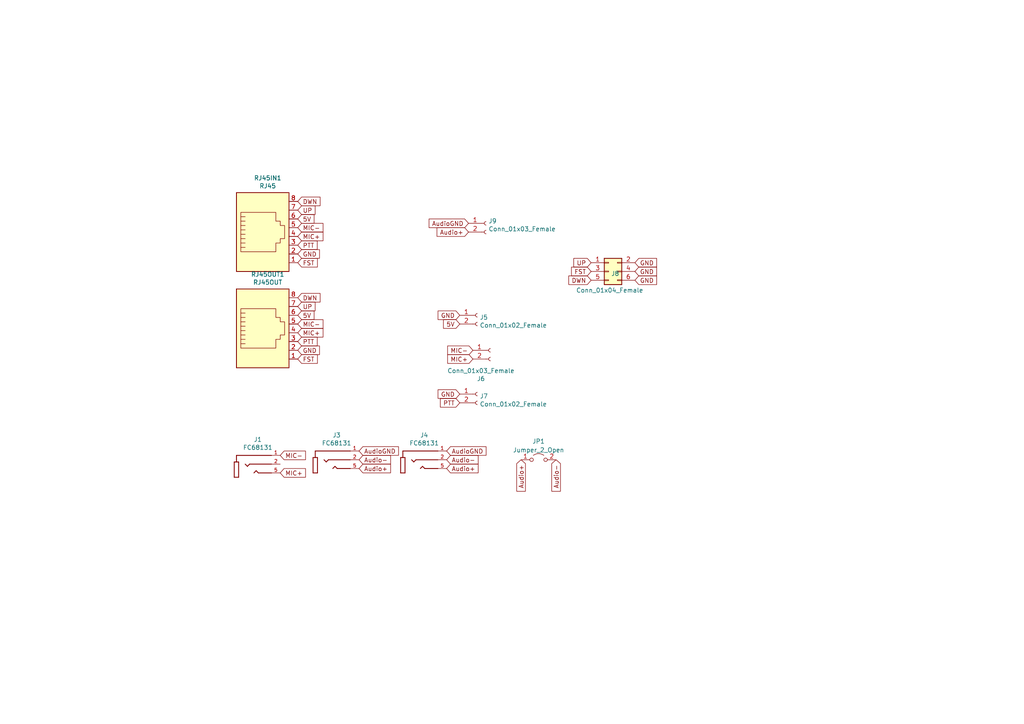
<source format=kicad_sch>
(kicad_sch (version 20211123) (generator eeschema)
  (paper "A4")
  (title_block (title "Mikadpater FT81X") (date "2021-09-30") (rev "1.1") (company "DO7GN"))
  (lib_symbols
    (symbol "Connector:Conn_01x02_Female" (pin_names (offset 1.016) hide)
      (property "Reference" "J" (at 0 2.54 0))
      (property "Value" "Conn_01x02_Female" (at 0 -5.08 0))
      (symbol "Conn_01x02_Female_1_1"
        (arc (start 0 -2.032) (mid -0.508 -2.54) (end 0 -3.048) (stroke (width 0.1524)))
        (polyline (pts (xy -1.27 -2.54) (xy -0.508 -2.54)) (stroke (width 0.1524)))
        (polyline (pts (xy -1.27 0) (xy -0.508 0)) (stroke (width 0.1524)))
        (arc (start 0 0.508) (mid -0.508 0) (end 0 -0.508) (stroke (width 0.1524)))
        (pin passive line (at -5.08 0 0) (length 3.81) (name "Pin_1") (number "1"))
        (pin passive line (at -5.08 -2.54 0) (length 3.81) (name "Pin_2") (number "2"))
      )
    )
    (symbol "Connector:RJ45" (pin_names (offset 1.016))
      (property "Reference" "J" (at -5.08 13.97 0))
      (property "Value" "RJ45" (at 2.54 13.97 0))
      (symbol "RJ45_0_1"
        (polyline (pts (xy -5.08 4.445) (xy -6.35 4.445)))
        (polyline (pts (xy -5.08 5.715) (xy -6.35 5.715)))
        (polyline (pts (xy -6.35 -3.175) (xy -5.08 -3.175) (xy -5.08 -3.175)))
        (polyline (pts (xy -6.35 -1.905) (xy -5.08 -1.905) (xy -5.08 -1.905)))
        (polyline (pts (xy -6.35 -0.635) (xy -5.08 -0.635) (xy -5.08 -0.635)))
        (polyline (pts (xy -6.35 0.635) (xy -5.08 0.635) (xy -5.08 0.635)))
        (polyline (pts (xy -6.35 1.905) (xy -5.08 1.905) (xy -5.08 1.905)))
        (polyline (pts (xy -5.08 3.175) (xy -6.35 3.175) (xy -6.35 3.175)))
        (polyline (pts (xy -6.35 -4.445) (xy -6.35 6.985) (xy 3.81 6.985) (xy 3.81 4.445) (xy 5.08 4.445) (xy 5.08 3.175) (xy 6.35 3.175) (xy 6.35 -0.635) (xy 5.08 -0.635) (xy 5.08 -1.905) (xy 3.81 -1.905) (xy 3.81 -4.445) (xy -6.35 -4.445) (xy -6.35 -4.445)))
        (rectangle (start 7.62 12.7) (end -7.62 -10.16) (stroke (width 0.254)) (fill (type background)))
      )
      (symbol "RJ45_1_1"
        (pin passive line (at 10.16 -7.62 180) (length 2.54) (name "~") (number "1"))
        (pin passive line (at 10.16 -5.08 180) (length 2.54) (name "~") (number "2"))
        (pin passive line (at 10.16 -2.54 180) (length 2.54) (name "~") (number "3"))
        (pin passive line (at 10.16 0 180) (length 2.54) (name "~") (number "4"))
        (pin passive line (at 10.16 2.54 180) (length 2.54) (name "~") (number "5"))
        (pin passive line (at 10.16 5.08 180) (length 2.54) (name "~") (number "6"))
        (pin passive line (at 10.16 7.62 180) (length 2.54) (name "~") (number "7"))
        (pin passive line (at 10.16 10.16 180) (length 2.54) (name "~") (number "8"))
      )
    )
    (symbol "Connector_Generic:Conn_02x03_Odd_Even" (pin_names (offset 1.016) hide)
      (property "Reference" "J" (at 1.27 5.08 0))
      (property "Value" "Conn_02x03_Odd_Even" (at 1.27 -5.08 0))
      (symbol "Conn_02x03_Odd_Even_1_1"
        (rectangle (start -1.27 -2.413) (end 0 -2.667) (stroke (width 0.1524)))
        (rectangle (start -1.27 0.127) (end 0 -0.127) (stroke (width 0.1524)))
        (rectangle (start -1.27 2.667) (end 0 2.413) (stroke (width 0.1524)))
        (rectangle (start -1.27 3.81) (end 3.81 -3.81) (stroke (width 0.254)) (fill (type background)))
        (rectangle (start 3.81 -2.413) (end 2.54 -2.667) (stroke (width 0.1524)))
        (rectangle (start 3.81 0.127) (end 2.54 -0.127) (stroke (width 0.1524)))
        (rectangle (start 3.81 2.667) (end 2.54 2.413) (stroke (width 0.1524)))
        (pin passive line (at -5.08 2.54 0) (length 3.81) (name "Pin_1") (number "1"))
        (pin passive line (at 7.62 2.54 180) (length 3.81) (name "Pin_2") (number "2"))
        (pin passive line (at -5.08 0 0) (length 3.81) (name "Pin_3") (number "3"))
        (pin passive line (at 7.62 0 180) (length 3.81) (name "Pin_4") (number "4"))
        (pin passive line (at -5.08 -2.54 0) (length 3.81) (name "Pin_5") (number "5"))
        (pin passive line (at 7.62 -2.54 180) (length 3.81) (name "Pin_6") (number "6"))
      )
    )
    (symbol "FC68131:FC68131" (pin_names (offset 1.016) hide)
      (property "Reference" "J" (at -5.08 2.54 0))
      (property "Value" "FC68131" (at -5.08 -10.16 0))
      (symbol "FC68131_0_0"
        (polyline (pts (xy -5.715 -6.35) (xy -5.715 -1.905)) (stroke (width 0.254)))
        (polyline (pts (xy -5.715 -1.905) (xy -5.08 -1.905)) (stroke (width 0.254)))
        (polyline (pts (xy -5.08 -1.905) (xy -4.445 -1.905)) (stroke (width 0.254)))
        (polyline (pts (xy -5.08 0) (xy -5.08 -1.905)) (stroke (width 0.254)))
        (polyline (pts (xy -4.445 -6.35) (xy -5.715 -6.35)) (stroke (width 0.254)))
        (polyline (pts (xy -4.445 -1.905) (xy -4.445 -6.35)) (stroke (width 0.254)))
        (polyline (pts (xy -1.905 -3.175) (xy -2.54 -2.54)) (stroke (width 0.254)))
        (polyline (pts (xy -1.27 -2.54) (xy -1.905 -3.175)) (stroke (width 0.254)))
        (polyline (pts (xy 0.635 -4.445) (xy 0 -5.08)) (stroke (width 0.254)))
        (polyline (pts (xy 1.27 -5.08) (xy 0.635 -4.445)) (stroke (width 0.254)))
        (polyline (pts (xy 5.08 -5.08) (xy 1.27 -5.08)) (stroke (width 0.254)))
        (polyline (pts (xy 5.08 -2.54) (xy -1.27 -2.54)) (stroke (width 0.254)))
        (polyline (pts (xy 5.08 0) (xy -5.08 0)) (stroke (width 0.254)))
        (pin passive line (at 7.62 0 180) (length 2.54) (name "~") (number "1"))
        (pin passive line (at 7.62 -2.54 180) (length 2.54) (name "~") (number "2"))
        (pin passive line (at 7.62 -5.08 180) (length 2.54) (name "~") (number "5"))
      )
    )
    (symbol "Jumper:Jumper_2_Open" (pin_names (offset 0) hide)
      (property "Reference" "JP" (at 0 2.794 0))
      (property "Value" "Jumper_2_Open" (at 0 -2.286 0))
      (symbol "Jumper_2_Open_0_0"
        (circle (center -2.032 0) (radius 0.508))
        (circle (center 2.032 0) (radius 0.508))
      )
      (symbol "Jumper_2_Open_0_1"
        (arc (start 1.524 1.27) (mid 0 1.778) (end -1.524 1.27))
      )
      (symbol "Jumper_2_Open_1_1"
        (pin passive line (at -5.08 0 0) (length 2.54) (name "A") (number "1"))
        (pin passive line (at 5.08 0 180) (length 2.54) (name "B") (number "2"))
      )
    )
  )
  (global_label "GND" (shape input) (at 184.15 81.28 0) (property "Zwischen-Schaltplan-Referenzen" "${INTERSHEET_REFS}" (effects hide)))
  (global_label "5V" (shape input) (at 86.36 91.44 0) (property "Zwischen-Schaltplan-Referenzen" "${INTERSHEET_REFS}" (effects hide)))
  (global_label "MIC-" (shape input) (at 86.36 66.04 0) (property "Zwischen-Schaltplan-Referenzen" "${INTERSHEET_REFS}" (effects hide)))
  (global_label "Audio-" (shape input) (at 104.14 133.35 0) (property "Zwischen-Schaltplan-Referenzen" "${INTERSHEET_REFS}" (effects hide)))
  (global_label "Audio+" (shape input) (at 129.54 135.89 0) (property "Zwischen-Schaltplan-Referenzen" "${INTERSHEET_REFS}" (effects hide)))
  (global_label "MIC+" (shape input) (at 86.36 68.58 0) (property "Zwischen-Schaltplan-Referenzen" "${INTERSHEET_REFS}" (effects hide)))
  (global_label "DWN" (shape input) (at 86.36 58.42 0) (property "Zwischen-Schaltplan-Referenzen" "${INTERSHEET_REFS}" (effects hide)))
  (global_label "MIC-" (shape input) (at 86.36 93.98 0) (property "Zwischen-Schaltplan-Referenzen" "${INTERSHEET_REFS}" (effects hide)))
  (global_label "UP" (shape input) (at 171.45 76.2 180) (property "Zwischen-Schaltplan-Referenzen" "${INTERSHEET_REFS}" (effects hide)))
  (global_label "AudioGND" (shape input) (at 104.14 130.81 0) (property "Zwischen-Schaltplan-Referenzen" "${INTERSHEET_REFS}" (effects hide)))
  (global_label "MIC-" (shape input) (at 81.28 132.08 0) (property "Zwischen-Schaltplan-Referenzen" "${INTERSHEET_REFS}" (effects hide)))
  (global_label "MIC+" (shape input) (at 137.16 104.14 180) (property "Zwischen-Schaltplan-Referenzen" "${INTERSHEET_REFS}" (effects hide)))
  (global_label "PTT" (shape input) (at 133.35 116.84 180) (property "Zwischen-Schaltplan-Referenzen" "${INTERSHEET_REFS}" (effects hide)))
  (global_label "MIC+" (shape input) (at 86.36 96.52 0) (property "Zwischen-Schaltplan-Referenzen" "${INTERSHEET_REFS}" (effects hide)))
  (global_label "FST" (shape input) (at 86.36 76.2 0) (property "Zwischen-Schaltplan-Referenzen" "${INTERSHEET_REFS}" (effects hide)))
  (global_label "MIC-" (shape input) (at 137.16 101.6 180) (property "Zwischen-Schaltplan-Referenzen" "${INTERSHEET_REFS}" (effects hide)))
  (global_label "Audio+" (shape input) (at 151.13 133.35 270) (property "Zwischen-Schaltplan-Referenzen" "${INTERSHEET_REFS}" (effects hide)))
  (global_label "MIC+" (shape input) (at 81.28 137.16 0) (property "Zwischen-Schaltplan-Referenzen" "${INTERSHEET_REFS}" (effects hide)))
  (global_label "5V" (shape input) (at 133.35 93.98 180) (property "Zwischen-Schaltplan-Referenzen" "${INTERSHEET_REFS}" (effects hide)))
  (global_label "Audio+" (shape input) (at 104.14 135.89 0) (property "Zwischen-Schaltplan-Referenzen" "${INTERSHEET_REFS}" (effects hide)))
  (global_label "GND" (shape input) (at 184.15 78.74 0) (property "Zwischen-Schaltplan-Referenzen" "${INTERSHEET_REFS}" (effects hide)))
  (global_label "UP" (shape input) (at 86.36 88.9 0) (property "Zwischen-Schaltplan-Referenzen" "${INTERSHEET_REFS}" (effects hide)))
  (global_label "PTT" (shape input) (at 86.36 71.12 0) (property "Zwischen-Schaltplan-Referenzen" "${INTERSHEET_REFS}" (effects hide)))
  (global_label "5V" (shape input) (at 86.36 63.5 0) (property "Zwischen-Schaltplan-Referenzen" "${INTERSHEET_REFS}" (effects hide)))
  (global_label "GND" (shape input) (at 86.36 101.6 0) (property "Zwischen-Schaltplan-Referenzen" "${INTERSHEET_REFS}" (effects hide)))
  (global_label "UP" (shape input) (at 86.36 60.96 0) (property "Zwischen-Schaltplan-Referenzen" "${INTERSHEET_REFS}" (effects hide)))
  (global_label "Audio-" (shape input) (at 129.54 133.35 0) (property "Zwischen-Schaltplan-Referenzen" "${INTERSHEET_REFS}" (effects hide)))
  (global_label "AudioGND" (shape input) (at 129.54 130.81 0) (property "Zwischen-Schaltplan-Referenzen" "${INTERSHEET_REFS}" (effects hide)))
  (global_label "GND" (shape input) (at 133.35 114.3 180) (property "Zwischen-Schaltplan-Referenzen" "${INTERSHEET_REFS}" (effects hide)))
  (global_label "GND" (shape input) (at 133.35 91.44 180) (property "Zwischen-Schaltplan-Referenzen" "${INTERSHEET_REFS}" (effects hide)))
  (global_label "Audio+" (shape input) (at 135.89 67.31 180) (property "Zwischen-Schaltplan-Referenzen" "${INTERSHEET_REFS}" (effects hide)))
  (global_label "PTT" (shape input) (at 86.36 99.06 0) (property "Zwischen-Schaltplan-Referenzen" "${INTERSHEET_REFS}" (effects hide)))
  (global_label "DWN" (shape input) (at 171.45 81.28 180) (property "Zwischen-Schaltplan-Referenzen" "${INTERSHEET_REFS}" (effects hide)))
  (global_label "GND" (shape input) (at 86.36 73.66 0) (property "Zwischen-Schaltplan-Referenzen" "${INTERSHEET_REFS}" (effects hide)))
  (global_label "AudioGND" (shape input) (at 135.89 64.77 180) (property "Zwischen-Schaltplan-Referenzen" "${INTERSHEET_REFS}" (effects hide)))
  (global_label "GND" (shape input) (at 184.15 76.2 0) (property "Zwischen-Schaltplan-Referenzen" "${INTERSHEET_REFS}" (effects hide)))
  (global_label "DWN" (shape input) (at 86.36 86.36 0) (property "Zwischen-Schaltplan-Referenzen" "${INTERSHEET_REFS}" (effects hide)))
  (global_label "FST" (shape input) (at 171.45 78.74 180) (property "Zwischen-Schaltplan-Referenzen" "${INTERSHEET_REFS}" (effects hide)))
  (global_label "Audio-" (shape input) (at 161.29 133.35 270) (property "Zwischen-Schaltplan-Referenzen" "${INTERSHEET_REFS}" (effects hide)))
  (global_label "FST" (shape input) (at 86.36 104.14 0) (property "Zwischen-Schaltplan-Referenzen" "${INTERSHEET_REFS}" (effects hide)))
  (symbol (lib_id "Connector:RJ45") (at 76.2 68.58 0) (unit 1)
    (property "Reference" "RJ45IN1" (at 77.6478 51.6382 0))
    (property "Value" "RJ45" (at 77.6478 53.9496 0))
    (property "Footprint" "Connector_RJ:RJ45_Wuerth_7499010001A_Horizontal" (effects hide))
  )
  (symbol (lib_id "Connector:RJ45") (at 76.2 96.52 0) (unit 1)
    (property "Reference" "RJ45OUT1" (at 77.6478 79.5782 0))
    (property "Value" "RJ45OUT" (at 77.6478 81.8896 0))
    (property "Footprint" "Connector_RJ:RJ45_Wuerth_7499010001A_Horizontal" (effects hide))
  )
  (symbol (lib_id "Connector:Conn_01x02_Female") (at 138.43 114.3 0) (unit 1)
    (property "Reference" "J7" (at 139.1412 114.9096 0) (effects (justify left)))
    (property "Value" "Conn_01x02_Female" (at 139.1412 117.221 0) (effects (justify left)))
    (property "Footprint" "Connector_PinHeader_2.54mm:PinHeader_1x02_P2.54mm_Vertical" (effects hide))
  )
  (symbol (lib_id "Connector:Conn_01x02_Female") (at 142.24 101.6 0) (unit 1)
    (property "Reference" "J6" (at 139.4968 109.855 0))
    (property "Value" "Conn_01x03_Female" (at 139.4968 107.5436 0))
    (property "Footprint" "Connector_PinHeader_2.54mm:PinHeader_1x02_P2.54mm_Vertical" (effects hide))
  )
  (symbol (lib_id "Connector:Conn_01x02_Female") (at 138.43 91.44 0) (unit 1)
    (property "Reference" "J5" (at 139.1412 92.0496 0) (effects (justify left)))
    (property "Value" "Conn_01x02_Female" (at 139.1412 94.361 0) (effects (justify left)))
    (property "Footprint" "Connector_PinHeader_2.54mm:PinHeader_1x02_P2.54mm_Vertical" (effects hide))
  )
  (symbol (lib_id "Connector:Conn_01x02_Female") (at 140.97 64.77 0) (unit 1)
    (property "Reference" "J9" (at 141.6812 64.1096 0) (effects (justify left)))
    (property "Value" "Conn_01x03_Female" (at 141.6812 66.421 0) (effects (justify left)))
    (property "Footprint" "Connector_PinHeader_2.54mm:PinHeader_1x02_P2.54mm_Vertical" (effects hide))
  )
  (symbol (lib_id "FC68131:FC68131") (at 73.66 132.08 0) (unit 1)
    (property "Reference" "J1" (at 74.7776 127.4826 0))
    (property "Value" "FC68131" (at 74.7776 129.794 0))
    (property "Footprint" "Addtional_DO7GN:CLIFF_FC68131" (effects hide))
    (property "STANDARD" "Manufacturer Recommendations" (effects hide))
    (property "MANUFACTURER" "Cliff" (effects hide))
    (property "MAXIMUM_PACKAGE_HEIGHT" "6.00 mm" (effects hide))
    (property "PARTREV" "5" (effects hide))
  )
  (symbol (lib_id "FC68131:FC68131") (at 96.52 130.81 0) (unit 1)
    (property "Reference" "J3" (at 97.6376 126.2126 0))
    (property "Value" "FC68131" (at 97.6376 128.524 0))
    (property "Footprint" "Addtional_DO7GN:CLIFF_FC68131" (effects hide))
    (property "STANDARD" "Manufacturer Recommendations" (effects hide))
    (property "MANUFACTURER" "Cliff" (effects hide))
    (property "MAXIMUM_PACKAGE_HEIGHT" "6.00 mm" (effects hide))
    (property "PARTREV" "5" (effects hide))
  )
  (symbol (lib_id "FC68131:FC68131") (at 121.92 130.81 0) (unit 1)
    (property "Reference" "J4" (at 123.0376 126.2126 0))
    (property "Value" "FC68131" (at 123.0376 128.524 0))
    (property "Footprint" "Addtional_DO7GN:CLIFF_FC68131" (effects hide))
    (property "STANDARD" "Manufacturer Recommendations" (effects hide))
    (property "MANUFACTURER" "Cliff" (effects hide))
    (property "MAXIMUM_PACKAGE_HEIGHT" "6.00 mm" (effects hide))
    (property "PARTREV" "5" (effects hide))
  )
  (symbol (lib_id "Connector_Generic:Conn_02x03_Odd_Even") (at 176.53 78.74 0) (unit 1)
    (property "Reference" "J8" (at 177.2412 79.3496 0) (effects (justify left)))
    (property "Value" "Conn_01x04_Female" (at 167.0812 84.201 0) (effects (justify left)))
    (property "Footprint" "Connector_PinHeader_2.54mm:PinHeader_2x03_P2.54mm_Vertical" (effects hide))
  )
  (symbol (lib_id "Jumper:Jumper_2_Open") (at 156.21 133.35 0) (unit 1)
    (property "Reference" "JP1" (at 156.21 127.9992 0))
    (property "Value" "Jumper_2_Open" (at 156.21 130.5361 0))
    (property "Footprint" "Jumper:SolderJumper-2_P1.3mm_Open_TrianglePad1.0x1.5mm" (effects hide))
  )
)
</source>
